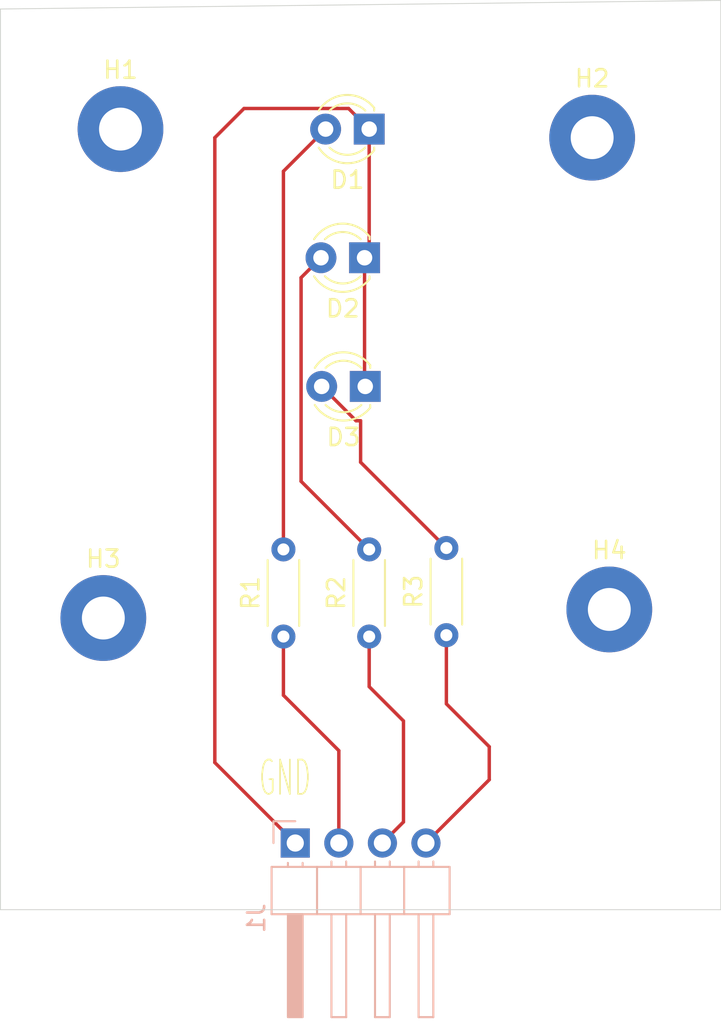
<source format=kicad_pcb>
(kicad_pcb (version 20241229) (generator "pcbnew") (generator_version "9.0")
  (layers (0 "F.Cu" signal) (2 "B.Cu" signal) (13 "F.Paste" user) (15 "B.Paste" user) (5 "F.SilkS" user "F.Silkscreen") (7 "B.SilkS" user "B.Silkscreen") (1 "F.Mask" user) (3 "B.Mask" user) (25 "Edge.Cuts" user))
  (net 0 "")
  (net 1 "Net-(D1-A)")
  (net 2 "Net-(D1-K)")
  (net 3 "Net-(D2-A)")
  (net 4 "Net-(D3-A)")
  (net 5 "Net-(J1-Pin_3)")
  (net 6 "Net-(J1-Pin_4)")
  (net 7 "Net-(J1-Pin_2)")
  (footprint "MountingHole:MountingHole_2.5mm_Pad" (layer "F.Cu") (at 149 99.5)
    (property "Reference" "H3" (at 0 -3.45 0) (layer "F.SilkS"))
    (property "Value" "MountingHole")
    (pad "1" thru_hole circle (at 0 0) (size 5 5) (drill 2.5) (layers "*.Cu" "*.Mask"))
  )
  (footprint "MountingHole:MountingHole_2.5mm_Pad" (layer "F.Cu") (at 150 71)
    (property "Reference" "H1" (at 0 -3.45 0) (layer "F.SilkS"))
    (property "Value" "MountingHole")
    (pad "1" thru_hole circle (at 0 0) (size 5 5) (drill 2.5) (layers "*.Cu" "*.Mask"))
  )
  (footprint "MountingHole:MountingHole_2.5mm_Pad" (layer "F.Cu") (at 178.5 99)
    (property "Reference" "H4" (at 0 -3.45 0) (layer "F.SilkS"))
    (property "Value" "MountingHole")
    (pad "1" thru_hole circle (at 0 0) (size 5 5) (drill 2.5) (layers "*.Cu" "*.Mask"))
  )
  (footprint "Resistor_THT:R_Axial_DIN0204_L3.6mm_D1.6mm_P5.08mm_Horizontal" (layer "F.Cu") (at 164.5 100.58 90)
    (property "Reference" "R2" (at 2.54 -1.92 90) (layer "F.SilkS"))
    (property "Value" "R")
    (fp_line (start 0.62 -0.92) (end 4.46 -0.92) (stroke (width 0.12)) (layer "F.SilkS"))
    (fp_line (start 0.62 0.92) (end 4.46 0.92) (stroke (width 0.12)) (layer "F.SilkS"))
    (pad "1" thru_hole circle (at 0 0 90) (size 1.4 1.4) (drill 0.7) (layers "*.Cu" "*.Mask") (net 5 "Net-(J1-Pin_3)"))
    (pad "2" thru_hole circle (at 5.08 0 90) (size 1.4 1.4) (drill 0.7) (layers "*.Cu" "*.Mask") (net 3 "Net-(D2-A)"))
  )
  (footprint "Resistor_THT:R_Axial_DIN0204_L3.6mm_D1.6mm_P5.08mm_Horizontal" (layer "F.Cu") (at 169 100.5 90)
    (property "Reference" "R3" (at 2.54 -1.92 90) (layer "F.SilkS"))
    (property "Value" "R")
    (fp_line (start 0.62 -0.92) (end 4.46 -0.92) (stroke (width 0.12)) (layer "F.SilkS"))
    (fp_line (start 0.62 0.92) (end 4.46 0.92) (stroke (width 0.12)) (layer "F.SilkS"))
    (pad "1" thru_hole circle (at 0 0 90) (size 1.4 1.4) (drill 0.7) (layers "*.Cu" "*.Mask") (net 6 "Net-(J1-Pin_4)"))
    (pad "2" thru_hole circle (at 5.08 0 90) (size 1.4 1.4) (drill 0.7) (layers "*.Cu" "*.Mask") (net 4 "Net-(D3-A)"))
  )
  (footprint "MountingHole:MountingHole_2.5mm_Pad" (layer "F.Cu") (at 177.5 71.5)
    (property "Reference" "H2" (at 0 -3.45 0) (layer "F.SilkS"))
    (property "Value" "MountingHole")
    (pad "1" thru_hole circle (at 0 0) (size 5 5) (drill 2.5) (layers "*.Cu" "*.Mask"))
  )
  (footprint "LED_THT:LED_D3.0mm" (layer "F.Cu") (at 164.5 71 180)
    (property "Reference" "D1" (at 1.27 -2.96 0) (layer "F.SilkS"))
    (property "Value" "LED")
    (fp_line (start -0.29 1.08) (end -0.29 1.236) (stroke (width 0.12)) (layer "F.SilkS"))
    (fp_line (start -0.29 -1.236) (end -0.29 -1.08) (stroke (width 0.12)) (layer "F.SilkS"))
    (fp_arc (start 2.941437 1.08) (mid 1.36566 1.987699) (end -0.29 1.235516) (stroke (width 0.12)) (layer "F.SilkS"))
    (fp_arc (start 2.310961 1.08) (mid 1.27 1.5) (end 0.229039 1.08) (stroke (width 0.12)) (layer "F.SilkS"))
    (fp_arc (start 0.229039 -1.08) (mid 1.27 -1.5) (end 2.310961 -1.08) (stroke (width 0.12)) (layer "F.SilkS"))
    (fp_arc (start -0.29 -1.235516) (mid 1.36566 -1.987699) (end 2.941437 -1.08) (stroke (width 0.12)) (layer "F.SilkS"))
    (pad "1" thru_hole rect (at 0 0 180) (size 1.8 1.8) (drill 0.9) (layers "*.Cu" "*.Mask") (net 2 "Net-(D1-K)"))
    (pad "2" thru_hole circle (at 2.54 0 180) (size 1.8 1.8) (drill 0.9) (layers "*.Cu" "*.Mask") (net 1 "Net-(D1-A)"))
  )
  (footprint "LED_THT:LED_D3.0mm" (layer "F.Cu") (at 164.23 78.5 180)
    (property "Reference" "D2" (at 1.27 -2.96 0) (layer "F.SilkS"))
    (property "Value" "LED")
    (fp_line (start -0.29 1.08) (end -0.29 1.236) (stroke (width 0.12)) (layer "F.SilkS"))
    (fp_line (start -0.29 -1.236) (end -0.29 -1.08) (stroke (width 0.12)) (layer "F.SilkS"))
    (fp_arc (start 2.941437 1.08) (mid 1.36566 1.987699) (end -0.29 1.235516) (stroke (width 0.12)) (layer "F.SilkS"))
    (fp_arc (start 2.310961 1.08) (mid 1.27 1.5) (end 0.229039 1.08) (stroke (width 0.12)) (layer "F.SilkS"))
    (fp_arc (start 0.229039 -1.08) (mid 1.27 -1.5) (end 2.310961 -1.08) (stroke (width 0.12)) (layer "F.SilkS"))
    (fp_arc (start -0.29 -1.235516) (mid 1.36566 -1.987699) (end 2.941437 -1.08) (stroke (width 0.12)) (layer "F.SilkS"))
    (pad "1" thru_hole rect (at 0 0 180) (size 1.8 1.8) (drill 0.9) (layers "*.Cu" "*.Mask") (net 2 "Net-(D1-K)"))
    (pad "2" thru_hole circle (at 2.54 0 180) (size 1.8 1.8) (drill 0.9) (layers "*.Cu" "*.Mask") (net 3 "Net-(D2-A)"))
  )
  (footprint "Resistor_THT:R_Axial_DIN0204_L3.6mm_D1.6mm_P5.08mm_Horizontal" (layer "F.Cu") (at 159.5 100.58 90)
    (property "Reference" "R1" (at 2.54 -1.92 90) (layer "F.SilkS"))
    (property "Value" "R")
    (fp_line (start 0.62 -0.92) (end 4.46 -0.92) (stroke (width 0.12)) (layer "F.SilkS"))
    (fp_line (start 0.62 0.92) (end 4.46 0.92) (stroke (width 0.12)) (layer "F.SilkS"))
    (pad "1" thru_hole circle (at 0 0 90) (size 1.4 1.4) (drill 0.7) (layers "*.Cu" "*.Mask") (net 7 "Net-(J1-Pin_2)"))
    (pad "2" thru_hole circle (at 5.08 0 90) (size 1.4 1.4) (drill 0.7) (layers "*.Cu" "*.Mask") (net 1 "Net-(D1-A)"))
  )
  (footprint "LED_THT:LED_D3.0mm" (layer "F.Cu") (at 164.27 86 180)
    (property "Reference" "D3" (at 1.27 -2.96 0) (layer "F.SilkS"))
    (property "Value" "LED")
    (fp_line (start -0.29 1.08) (end -0.29 1.236) (stroke (width 0.12)) (layer "F.SilkS"))
    (fp_line (start -0.29 -1.236) (end -0.29 -1.08) (stroke (width 0.12)) (layer "F.SilkS"))
    (fp_arc (start 2.941437 1.08) (mid 1.36566 1.987699) (end -0.29 1.235516) (stroke (width 0.12)) (layer "F.SilkS"))
    (fp_arc (start 2.310961 1.08) (mid 1.27 1.5) (end 0.229039 1.08) (stroke (width 0.12)) (layer "F.SilkS"))
    (fp_arc (start 0.229039 -1.08) (mid 1.27 -1.5) (end 2.310961 -1.08) (stroke (width 0.12)) (layer "F.SilkS"))
    (fp_arc (start -0.29 -1.235516) (mid 1.36566 -1.987699) (end 2.941437 -1.08) (stroke (width 0.12)) (layer "F.SilkS"))
    (pad "1" thru_hole rect (at 0 0 180) (size 1.8 1.8) (drill 0.9) (layers "*.Cu" "*.Mask") (net 2 "Net-(D1-K)"))
    (pad "2" thru_hole circle (at 2.54 0 180) (size 1.8 1.8) (drill 0.9) (layers "*.Cu" "*.Mask") (net 4 "Net-(D3-A)"))
  )
  (footprint "Connector_PinHeader_2.54mm:PinHeader_1x04_P2.54mm_Horizontal" (layer "B.Cu") (at 160.19 112.615 -90)
    (property "Reference" "J1" (at 4.385 2.27 90) (layer "B.SilkS") (effects (justify mirror)))
    (property "Value" "Conn_01x04")
    (fp_line (start 1.39 1.38) (end 1.39 -9) (stroke (width 0.12)) (layer "B.SilkS"))
    (fp_line (start 4.15 1.38) (end 1.39 1.38) (stroke (width 0.12)) (layer "B.SilkS"))
    (fp_line (start -1.27 1.27) (end 0 1.27) (stroke (width 0.12)) (layer "B.SilkS"))
    (fp_line (start 1.16 0.43) (end 1.39 0.43) (stroke (width 0.12)) (layer "B.SilkS"))
    (fp_line (start -1.27 0) (end -1.27 1.27) (stroke (width 0.12)) (layer "B.SilkS"))
    (fp_line (start 1.16 -0.43) (end 1.39 -0.43) (stroke (width 0.12)) (layer "B.SilkS"))
    (fp_line (start 1.39 -1.27) (end 4.15 -1.27) (stroke (width 0.12)) (layer "B.SilkS"))
    (fp_line (start 1.077358 -2.11) (end 1.39 -2.11) (stroke (width 0.12)) (layer "B.SilkS"))
    (fp_line (start 4.15 -2.11) (end 10.15 -2.11) (stroke (width 0.12)) (layer "B.SilkS"))
    (fp_line (start 10.15 -2.11) (end 10.15 -2.97) (stroke (width 0.12)) (layer "B.SilkS"))
    (fp_line (start 1.077358 -2.97) (end 1.39 -2.97) (stroke (width 0.12)) (layer "B.SilkS"))
    (fp_line (start 10.15 -2.97) (end 4.15 -2.97) (stroke (width 0.12)) (layer "B.SilkS"))
    (fp_line (start 1.39 -3.81) (end 4.15 -3.81) (stroke (width 0.12)) (layer "B.SilkS"))
    (fp_line (start 1.077358 -4.65) (end 1.39 -4.65) (stroke (width 0.12)) (layer "B.SilkS"))
    (fp_line (start 4.15 -4.65) (end 10.15 -4.65) (stroke (width 0.12)) (layer "B.SilkS"))
    (fp_line (start 10.15 -4.65) (end 10.15 -5.51) (stroke (width 0.12)) (layer "B.SilkS"))
    (fp_line (start 1.077358 -5.51) (end 1.39 -5.51) (stroke (width 0.12)) (layer "B.SilkS"))
    (fp_line (start 10.15 -5.51) (end 4.15 -5.51) (stroke (width 0.12)) (layer "B.SilkS"))
    (fp_line (start 1.39 -6.35) (end 4.15 -6.35) (stroke (width 0.12)) (layer "B.SilkS"))
    (fp_line (start 1.077358 -7.19) (end 1.39 -7.19) (stroke (width 0.12)) (layer "B.SilkS"))
    (fp_line (start 4.15 -7.19) (end 10.15 -7.19) (stroke (width 0.12)) (layer "B.SilkS"))
    (fp_line (start 10.15 -7.19) (end 10.15 -8.05) (stroke (width 0.12)) (layer "B.SilkS"))
    (fp_line (start 1.077358 -8.05) (end 1.39 -8.05) (stroke (width 0.12)) (layer "B.SilkS"))
    (fp_line (start 10.15 -8.05) (end 4.15 -8.05) (stroke (width 0.12)) (layer "B.SilkS"))
    (fp_line (start 1.39 -9) (end 4.15 -9) (stroke (width 0.12)) (layer "B.SilkS"))
    (fp_line (start 4.15 -9) (end 4.15 1.38) (stroke (width 0.12)) (layer "B.SilkS"))
    (fp_rect (start 4.15 0.43) (end 10.15 -0.43) (stroke (width 0.12)) (fill yes) (layer "B.SilkS"))
    (pad "1" thru_hole rect (at 0 0 270) (size 1.7 1.7) (drill 1) (layers "*.Cu" "*.Mask") (net 2 "Net-(D1-K)"))
    (pad "2" thru_hole circle (at 0 -2.54 270) (size 1.7 1.7) (drill 1) (layers "*.Cu" "*.Mask") (net 7 "Net-(J1-Pin_2)"))
    (pad "3" thru_hole circle (at 0 -5.08 270) (size 1.7 1.7) (drill 1) (layers "*.Cu" "*.Mask") (net 5 "Net-(J1-Pin_3)"))
    (pad "4" thru_hole circle (at 0 -7.62 270) (size 1.7 1.7) (drill 1) (layers "*.Cu" "*.Mask") (net 6 "Net-(J1-Pin_4)"))
  )
  (gr_line (start 143 116.5) (end 185 116.5) (stroke (width 0.05)) (layer "Edge.Cuts"))
  (gr_line (start 143 64) (end 143 112.5) (stroke (width 0.05)) (layer "Edge.Cuts"))
  (gr_line (start 143 112.5) (end 143 116.5) (stroke (width 0.05)) (layer "Edge.Cuts"))
  (gr_line (start 185 116.5) (end 185 63.5) (stroke (width 0.05)) (layer "Edge.Cuts"))
  (gr_line (start 185 63.5) (end 143 64) (stroke (width 0.05)) (layer "Edge.Cuts"))
  (gr_text "GND" (at 158 110 0) (layer "F.SilkS") (effects (font (size 2 1) (thickness 0.1)) (justify left bottom)))
  (segment (start 159.5 73.46) (end 159.5 95.5) (width 0.2) (layer "F.Cu") (net 1))
  (segment (start 161.96 71) (end 159.5 73.46) (width 0.2) (layer "F.Cu") (net 1))
  (segment (start 164.5 78.23) (end 164.23 78.5) (width 0.2) (layer "F.Cu") (net 2))
  (segment (start 155.5 107.925) (end 160.19 112.615) (width 0.2) (layer "F.Cu") (net 2))
  (segment (start 157.201 69.799) (end 155.5 71.5) (width 0.2) (layer "F.Cu") (net 2))
  (segment (start 164.23 85.96) (end 164.27 86) (width 0.2) (layer "F.Cu") (net 2))
  (segment (start 164.5 71) (end 163.299 69.799) (width 0.2) (layer "F.Cu") (net 2))
  (segment (start 164.23 78.5) (end 164.23 85.96) (width 0.2) (layer "F.Cu") (net 2))
  (segment (start 155.5 71.5) (end 155.5 107.925) (width 0.2) (layer "F.Cu") (net 2))
  (segment (start 163.299 69.799) (end 157.201 69.799) (width 0.2) (layer "F.Cu") (net 2))
  (segment (start 164.5 71) (end 164.5 78.23) (width 0.2) (layer "F.Cu") (net 2))
  (segment (start 160.529 79.661) (end 160.529 91.529) (width 0.2) (layer "F.Cu") (net 3))
  (segment (start 160.529 91.529) (end 164.5 95.5) (width 0.2) (layer "F.Cu") (net 3))
  (segment (start 161.69 78.5) (end 160.529 79.661) (width 0.2) (layer "F.Cu") (net 3))
  (segment (start 163.73 88) (end 164 88) (width 0.2) (layer "F.Cu") (net 4))
  (segment (start 164 90.42) (end 169 95.42) (width 0.2) (layer "F.Cu") (net 4))
  (segment (start 161.73 86) (end 163.73 88) (width 0.2) (layer "F.Cu") (net 4))
  (segment (start 164 88) (end 164 90.42) (width 0.2) (layer "F.Cu") (net 4))
  (segment (start 164.5 100.58) (end 164.5 103.5) (width 0.2) (layer "F.Cu") (net 5))
  (segment (start 166.5 105.5) (end 166.5 111.385) (width 0.2) (layer "F.Cu") (net 5))
  (segment (start 164.5 103.5) (end 166.5 105.5) (width 0.2) (layer "F.Cu") (net 5))
  (segment (start 166.5 111.385) (end 165.27 112.615) (width 0.2) (layer "F.Cu") (net 5))
  (segment (start 171.5 107) (end 171.5 108.925) (width 0.2) (layer "F.Cu") (net 6))
  (segment (start 171.5 108.925) (end 167.81 112.615) (width 0.2) (layer "F.Cu") (net 6))
  (segment (start 169 104.5) (end 171.5 107) (width 0.2) (layer "F.Cu") (net 6))
  (segment (start 169 100.5) (end 169 104.5) (width 0.2) (layer "F.Cu") (net 6))
  (segment (start 162.73 107.23) (end 162.73 112.615) (width 0.2) (layer "F.Cu") (net 7))
  (segment (start 159.5 100.58) (end 159.5 104) (width 0.2) (layer "F.Cu") (net 7))
  (segment (start 159.5 104) (end 162.73 107.23) (width 0.2) (layer "F.Cu") (net 7))
)
</source>
